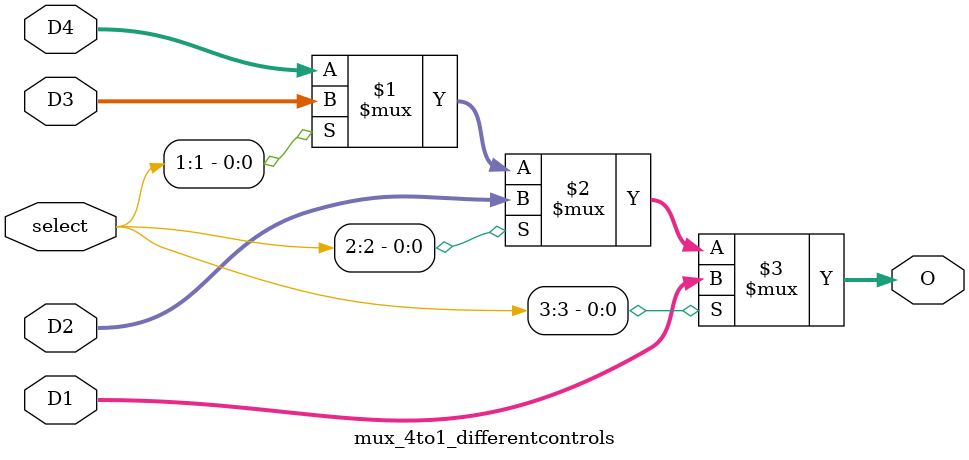
<source format=v>
module mux_4to1_differentcontrols #(parameter W=8)(D1,D2,D3,D4,select,O);
input [(W-1):0] D1;
input [(W-1):0] D2;  
input [(W-1):0] D3;
input [(W-1):0] D4;
input [3:0] select;
output [(W-1):0] O;
 
   // 00 -> a, 01 -> b, 10 -> c, 11 -> d
   assign O = select[3] ? (D1) : (select[2] ? D2 : (select[1] ? D3 : D4)); 
 
endmodule

</source>
